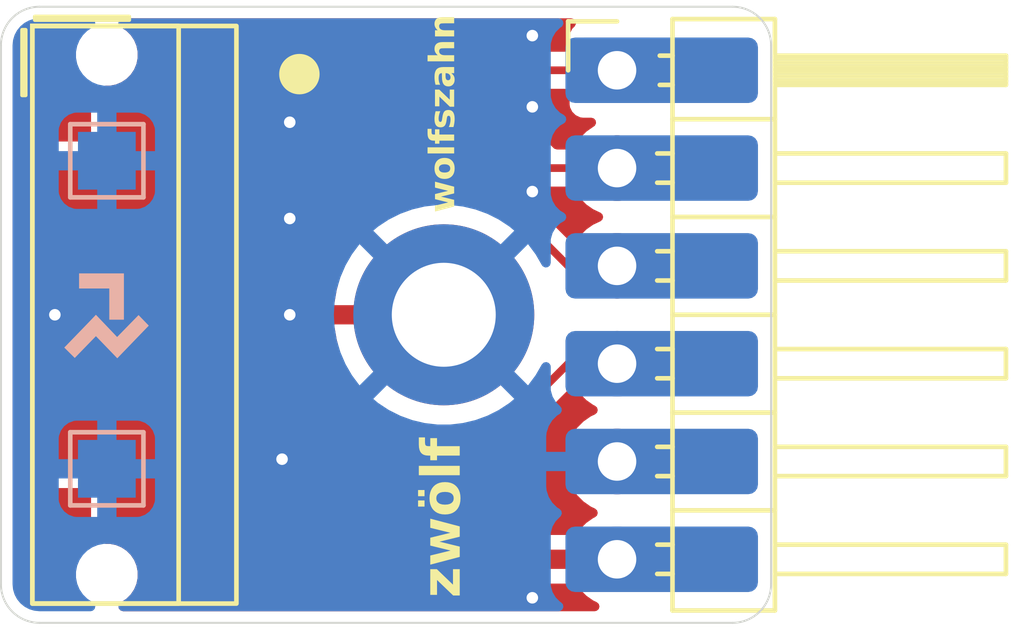
<source format=kicad_pcb>
(kicad_pcb (version 20240108) (generator "pcbnew") (generator_version "8.0")
  (layers (0 "F.Cu" signal) (31 "B.Cu" signal) (34 "B.Paste" user) (35 "F.Paste" user) (36 "B.SilkS" user "B.Silkscreen") (37 "F.SilkS" user "F.Silkscreen") (38 "B.Mask" user) (39 "F.Mask" user) (44 "Edge.Cuts" user))
  (net 0 "")
  (net 1 "GND")
  (net 2 "/Z3")
  (net 3 "/PWR")
  (net 4 "/Z4")
  (net 5 "/Z2")
  (net 6 "/Z1")
  (footprint "Connector_PinHeader_2.54mm:PinHeader_1x06_P2.54mm_Horizontal" (layer "F.Cu") (at 116 101.65)
    (property "Reference" "J1" (hide yes))
    (property "Value" "Conn_01x06_Pin" (hide yes))
    (fp_line (start -1.27 -1.27) (end 0 -1.27) (stroke (width 0.12)) (layer "F.SilkS"))
    (fp_line (start -1.27 0) (end -1.27 -1.27) (stroke (width 0.12)) (layer "F.SilkS"))
    (fp_line (start 1.042929 2.16) (end 1.44 2.16) (stroke (width 0.12)) (layer "F.SilkS"))
    (fp_line (start 1.042929 2.92) (end 1.44 2.92) (stroke (width 0.12)) (layer "F.SilkS"))
    (fp_line (start 1.042929 4.7) (end 1.44 4.7) (stroke (width 0.12)) (layer "F.SilkS"))
    (fp_line (start 1.042929 5.46) (end 1.44 5.46) (stroke (width 0.12)) (layer "F.SilkS"))
    (fp_line (start 1.042929 7.24) (end 1.44 7.24) (stroke (width 0.12)) (layer "F.SilkS"))
    (fp_line (start 1.042929 8) (end 1.44 8) (stroke (width 0.12)) (layer "F.SilkS"))
    (fp_line (start 1.042929 9.78) (end 1.44 9.78) (stroke (width 0.12)) (layer "F.SilkS"))
    (fp_line (start 1.042929 10.54) (end 1.44 10.54) (stroke (width 0.12)) (layer "F.SilkS"))
    (fp_line (start 1.042929 12.32) (end 1.44 12.32) (stroke (width 0.12)) (layer "F.SilkS"))
    (fp_line (start 1.042929 13.08) (end 1.44 13.08) (stroke (width 0.12)) (layer "F.SilkS"))
    (fp_line (start 1.11 -0.38) (end 1.44 -0.38) (stroke (width 0.12)) (layer "F.SilkS"))
    (fp_line (start 1.11 0.38) (end 1.44 0.38) (stroke (width 0.12)) (layer "F.SilkS"))
    (fp_line (start 1.44 -1.33) (end 1.44 14.03) (stroke (width 0.12)) (layer "F.SilkS"))
    (fp_line (start 1.44 1.27) (end 4.1 1.27) (stroke (width 0.12)) (layer "F.SilkS"))
    (fp_line (start 1.44 3.81) (end 4.1 3.81) (stroke (width 0.12)) (layer "F.SilkS"))
    (fp_line (start 1.44 6.35) (end 4.1 6.35) (stroke (width 0.12)) (layer "F.SilkS"))
    (fp_line (start 1.44 8.89) (end 4.1 8.89) (stroke (width 0.12)) (layer "F.SilkS"))
    (fp_line (start 1.44 11.43) (end 4.1 11.43) (stroke (width 0.12)) (layer "F.SilkS"))
    (fp_line (start 1.44 14.03) (end 4.1 14.03) (stroke (width 0.12)) (layer "F.SilkS"))
    (fp_line (start 4.1 -1.33) (end 1.44 -1.33) (stroke (width 0.12)) (layer "F.SilkS"))
    (fp_line (start 4.1 -0.38) (end 10.1 -0.38) (stroke (width 0.12)) (layer "F.SilkS"))
    (fp_line (start 4.1 -0.32) (end 10.1 -0.32) (stroke (width 0.12)) (layer "F.SilkS"))
    (fp_line (start 4.1 -0.2) (end 10.1 -0.2) (stroke (width 0.12)) (layer "F.SilkS"))
    (fp_line (start 4.1 -0.08) (end 10.1 -0.08) (stroke (width 0.12)) (layer "F.SilkS"))
    (fp_line (start 4.1 0.04) (end 10.1 0.04) (stroke (width 0.12)) (layer "F.SilkS"))
    (fp_line (start 4.1 0.16) (end 10.1 0.16) (stroke (width 0.12)) (layer "F.SilkS"))
    (fp_line (start 4.1 0.28) (end 10.1 0.28) (stroke (width 0.12)) (layer "F.SilkS"))
    (fp_line (start 4.1 2.16) (end 10.1 2.16) (stroke (width 0.12)) (layer "F.SilkS"))
    (fp_line (start 4.1 4.7) (end 10.1 4.7) (stroke (width 0.12)) (layer "F.SilkS"))
    (fp_line (start 4.1 7.24) (end 10.1 7.24) (stroke (width 0.12)) (layer "F.SilkS"))
    (fp_line (start 4.1 9.78) (end 10.1 9.78) (stroke (width 0.12)) (layer "F.SilkS"))
    (fp_line (start 4.1 12.32) (end 10.1 12.32) (stroke (width 0.12)) (layer "F.SilkS"))
    (fp_line (start 4.1 14.03) (end 4.1 -1.33) (stroke (width 0.12)) (layer "F.SilkS"))
    (fp_line (start 10.1 -0.38) (end 10.1 0.38) (stroke (width 0.12)) (layer "F.SilkS"))
    (fp_line (start 10.1 0.38) (end 4.1 0.38) (stroke (width 0.12)) (layer "F.SilkS"))
    (fp_line (start 10.1 2.16) (end 10.1 2.92) (stroke (width 0.12)) (layer "F.SilkS"))
    (fp_line (start 10.1 2.92) (end 4.1 2.92) (stroke (width 0.12)) (layer "F.SilkS"))
    (fp_line (start 10.1 4.7) (end 10.1 5.46) (stroke (width 0.12)) (layer "F.SilkS"))
    (fp_line (start 10.1 5.46) (end 4.1 5.46) (stroke (width 0.12)) (layer "F.SilkS"))
    (fp_line (start 10.1 7.24) (end 10.1 8) (stroke (width 0.12)) (layer "F.SilkS"))
    (fp_line (start 10.1 8) (end 4.1 8) (stroke (width 0.12)) (layer "F.SilkS"))
    (fp_line (start 10.1 9.78) (end 10.1 10.54) (stroke (width 0.12)) (layer "F.SilkS"))
    (fp_line (start 10.1 10.54) (end 4.1 10.54) (stroke (width 0.12)) (layer "F.SilkS"))
    (fp_line (start 10.1 12.32) (end 10.1 13.08) (stroke (width 0.12)) (layer "F.SilkS"))
    (fp_line (start 10.1 13.08) (end 4.1 13.08) (stroke (width 0.12)) (layer "F.SilkS"))
    (pad "1" thru_hole rect (at 0 0) (size 1.7 1.7) (drill 1) (layers "*.Cu" "*.Mask" "In1.Cu" "In2.Cu" "In3.Cu" "In4.Cu" "In5.Cu" "In6.Cu" "In7.Cu" "In8.Cu" "In9.Cu" "In10.Cu" "In11.Cu" "In12.Cu" "In13.Cu" "In14.Cu" "In15.Cu" "In16.Cu" "In17.Cu" "In18.Cu" "In19.Cu" "In20.Cu" "In21.Cu" "In22.Cu" "In23.Cu" "In24.Cu" "In25.Cu" "In26.Cu" "In27.Cu" "In28.Cu" "In29.Cu" "In30.Cu") (net 6 "/Z1"))
    (pad "1" smd roundrect (at 1.16 0) (size 5 1.7) (layers "B.Cu" "B.Mask") (roundrect_rratio 0.1470588235) (net 6 "/Z1"))
    (pad "2" thru_hole oval (at 0 2.54) (size 1.7 1.7) (drill 1) (layers "*.Cu" "*.Mask" "In1.Cu" "In2.Cu" "In3.Cu" "In4.Cu" "In5.Cu" "In6.Cu" "In7.Cu" "In8.Cu" "In9.Cu" "In10.Cu" "In11.Cu" "In12.Cu" "In13.Cu" "In14.Cu" "In15.Cu" "In16.Cu" "In17.Cu" "In18.Cu" "In19.Cu" "In20.Cu" "In21.Cu" "In22.Cu" "In23.Cu" "In24.Cu" "In25.Cu" "In26.Cu" "In27.Cu" "In28.Cu" "In29.Cu" "In30.Cu") (net 5 "/Z2"))
    (pad "2" smd roundrect (at 1.16 2.54) (size 5 1.7) (layers "B.Cu" "B.Mask") (roundrect_rratio 0.1470588235) (net 5 "/Z2"))
    (pad "3" thru_hole oval (at 0 5.08) (size 1.7 1.7) (drill 1) (layers "*.Cu" "*.Mask" "In1.Cu" "In2.Cu" "In3.Cu" "In4.Cu" "In5.Cu" "In6.Cu" "In7.Cu" "In8.Cu" "In9.Cu" "In10.Cu" "In11.Cu" "In12.Cu" "In13.Cu" "In14.Cu" "In15.Cu" "In16.Cu" "In17.Cu" "In18.Cu" "In19.Cu" "In20.Cu" "In21.Cu" "In22.Cu" "In23.Cu" "In24.Cu" "In25.Cu" "In26.Cu" "In27.Cu" "In28.Cu" "In29.Cu" "In30.Cu") (net 2 "/Z3"))
    (pad "3" smd roundrect (at 1.16 5.08) (size 5 1.7) (layers "B.Cu" "B.Mask") (roundrect_rratio 0.1470588235) (net 2 "/Z3"))
    (pad "4" thru_hole oval (at 0 7.62) (size 1.7 1.7) (drill 1) (layers "*.Cu" "*.Mask" "In1.Cu" "In2.Cu" "In3.Cu" "In4.Cu" "In5.Cu" "In6.Cu" "In7.Cu" "In8.Cu" "In9.Cu" "In10.Cu" "In11.Cu" "In12.Cu" "In13.Cu" "In14.Cu" "In15.Cu" "In16.Cu" "In17.Cu" "In18.Cu" "In19.Cu" "In20.Cu" "In21.Cu" "In22.Cu" "In23.Cu" "In24.Cu" "In25.Cu" "In26.Cu" "In27.Cu" "In28.Cu" "In29.Cu" "In30.Cu") (net 4 "/Z4"))
    (pad "4" smd roundrect (at 1.16 7.62) (size 5 1.7) (layers "B.Cu" "B.Mask") (roundrect_rratio 0.1470588235) (net 4 "/Z4"))
    (pad "5" thru_hole oval (at 0 10.16) (size 1.7 1.7) (drill 1) (layers "*.Cu" "*.Mask" "In1.Cu" "In2.Cu" "In3.Cu" "In4.Cu" "In5.Cu" "In6.Cu" "In7.Cu" "In8.Cu" "In9.Cu" "In10.Cu" "In11.Cu" "In12.Cu" "In13.Cu" "In14.Cu" "In15.Cu" "In16.Cu" "In17.Cu" "In18.Cu" "In19.Cu" "In20.Cu" "In21.Cu" "In22.Cu" "In23.Cu" "In24.Cu" "In25.Cu" "In26.Cu" "In27.Cu" "In28.Cu" "In29.Cu" "In30.Cu") (net 1 "GND"))
    (pad "5" smd roundrect (at 1.16 10.16) (size 5 1.7) (layers "B.Cu" "B.Mask") (roundrect_rratio 0.1470588235) (net 1 "GND"))
    (pad "6" thru_hole oval (at 0 12.7) (size 1.7 1.7) (drill 1) (layers "*.Cu" "*.Mask" "In1.Cu" "In2.Cu" "In3.Cu" "In4.Cu" "In5.Cu" "In6.Cu" "In7.Cu" "In8.Cu" "In9.Cu" "In10.Cu" "In11.Cu" "In12.Cu" "In13.Cu" "In14.Cu" "In15.Cu" "In16.Cu" "In17.Cu" "In18.Cu" "In19.Cu" "In20.Cu" "In21.Cu" "In22.Cu" "In23.Cu" "In24.Cu" "In25.Cu" "In26.Cu" "In27.Cu" "In28.Cu" "In29.Cu" "In30.Cu") (net 3 "/PWR"))
    (pad "6" smd roundrect (at 1.16 12.7) (size 5 1.7) (layers "B.Cu" "B.Mask") (roundrect_rratio 0.1470588235) (net 3 "/PWR"))
  )
  (footprint "MountingHole:MountingHole_2.7mm_M2.5_DIN965_Pad" (layer "F.Cu") (at 111.5 108)
    (property "Reference" "H1" (hide yes))
    (property "Value" "MountingHole_Pad" (hide yes))
    (pad "1" thru_hole circle (at 0 0) (size 4.7 4.7) (drill 2.7) (layers "*.Cu" "*.Mask" "In1.Cu" "In2.Cu" "In3.Cu" "In4.Cu" "In5.Cu" "In6.Cu" "In7.Cu" "In8.Cu" "In9.Cu" "In10.Cu" "In11.Cu" "In12.Cu" "In13.Cu" "In14.Cu" "In15.Cu" "In16.Cu" "In17.Cu" "In18.Cu" "In19.Cu" "In20.Cu" "In21.Cu" "In22.Cu" "In23.Cu" "In24.Cu" "In25.Cu" "In26.Cu" "In27.Cu" "In28.Cu" "In29.Cu" "In30.Cu") (net 1 "GND"))
  )
  (footprint "LD-CONNECTORS:SPRING-MALE-6P-TIGHTHOLES" (layer "F.Cu") (at 103.565 108)
    (property "Reference" "J3" (hide yes))
    (property "Value" "Conn_01x06_Socket" (hide yes))
    (fp_rect (start -2.75 -7.5) (end 1.05 7.5) (stroke (width 0.12)) (fill none) (layer "F.SilkS"))
    (fp_rect (start -2.75 -7.5) (end 2.55 7.5) (stroke (width 0.12)) (fill none) (layer "F.SilkS"))
    (pad "" np_thru_hole circle (at -0.815 -6.75) (size 1 1) (drill 1.1) (layers "*.Cu" "*.Mask" "In1.Cu" "In2.Cu" "In3.Cu" "In4.Cu" "In5.Cu" "In6.Cu" "In7.Cu" "In8.Cu" "In9.Cu" "In10.Cu" "In11.Cu" "In12.Cu" "In13.Cu" "In14.Cu" "In15.Cu" "In16.Cu" "In17.Cu" "In18.Cu" "In19.Cu" "In20.Cu" "In21.Cu" "In22.Cu" "In23.Cu" "In24.Cu" "In25.Cu" "In26.Cu" "In27.Cu" "In28.Cu" "In29.Cu" "In30.Cu"))
    (pad "" np_thru_hole circle (at -0.815 6.75) (size 1 1) (drill 1.1) (layers "*.Cu" "*.Mask" "In1.Cu" "In2.Cu" "In3.Cu" "In4.Cu" "In5.Cu" "In6.Cu" "In7.Cu" "In8.Cu" "In9.Cu" "In10.Cu" "In11.Cu" "In12.Cu" "In13.Cu" "In14.Cu" "In15.Cu" "In16.Cu" "In17.Cu" "In18.Cu" "In19.Cu" "In20.Cu" "In21.Cu" "In22.Cu" "In23.Cu" "In24.Cu" "In25.Cu" "In26.Cu" "In27.Cu" "In28.Cu" "In29.Cu" "In30.Cu"))
    (pad "1" smd rect (at 2.225 -6.25) (size 2 1.4) (layers "F.Cu" "F.Paste" "F.Mask") (net 6 "/Z1"))
    (pad "2" smd rect (at 2.225 -3.75) (size 2 1.4) (layers "F.Cu" "F.Paste" "F.Mask") (net 5 "/Z2"))
    (pad "3" smd rect (at 2.225 -1.25) (size 2 1.4) (layers "F.Cu" "F.Paste" "F.Mask") (net 2 "/Z3"))
    (pad "4" smd rect (at 2.225 1.25) (size 2 1.4) (layers "F.Cu" "F.Paste" "F.Mask") (net 4 "/Z4"))
    (pad "5" smd rect (at 2.25 3.75) (size 2 1.4) (layers "F.Cu" "F.Paste" "F.Mask") (net 1 "GND"))
    (pad "6" smd rect (at 2.25 6.25) (size 2 1.4) (layers "F.Cu" "F.Paste" "F.Mask") (net 3 "/PWR"))
    (pad "7" smd rect (at -2.225 -5) (size 2 1) (layers "F.Cu" "F.Paste" "F.Mask"))
    (pad "7" smd rect (at -2.225 5) (size 2 1) (layers "F.Cu" "F.Paste" "F.Mask"))
  )
  (footprint "LD-LOGO:lonesemi-3mm" (layer "B.Cu") (at 102.75 108.013739 -90)
    (property "Reference" "G***" (hide yes))
    (property "Value" "LOGO" (hide yes))
    (fp_poly (pts (xy -0.696411 0.329212) (xy -0.696411 -0.06331) (xy -0.291226 -0.06331) (xy 0.113958 -0.06331) (xy 0.113958 -0.25324) (xy 0.113958 -0.44317) (xy -0.487487 -0.44317) (xy -1.088933 -0.44317) (xy -1.088933 0.139282) (xy -1.088933 0.721735) (xy -0.892672 0.721735) (xy -0.696411 0.721735)) (fill solid) (layer "B.SilkS"))
    (fp_poly (pts (xy 0.972831 0.969731) (xy 1.107926 0.833726) (xy 0.824968 0.558766) (xy 0.542009 0.283806) (xy 0.829209 0.006339) (xy 1.11641 -0.271129) (xy 1.017087 -0.366646) (xy 0.984007 -0.39849) (xy 0.935671 -0.445065) (xy 0.875042 -0.503513) (xy 0.805082 -0.570976) (xy 0.728756 -0.644597) (xy 0.649027 -0.721519) (xy 0.592856 -0.775724) (xy 0.267948 -1.089284) (xy 0.130808 -0.95627) (xy -0.006331 -0.823255) (xy 0.278564 -0.544933) (xy 0.56346 -0.266612) (xy 0.50015 -0.206455) (xy 0.472867 -0.180489) (xy 0.430754 -0.140356) (xy 0.377295 -0.089378) (xy 0.315974 -0.030878) (xy 0.250273 0.031821) (xy 0.211244 0.069078) (xy -0.014351 0.284455) (xy 0.065631 0.359999) (xy 0.093184 0.386243) (xy 0.13629 0.427582) (xy 0.19232 0.481483) (xy 0.258647 0.545412) (xy 0.332641 0.616837) (xy 0.411674 0.693223) (xy 0.491675 0.77064) (xy 0.837736 1.105736)) (fill solid) (layer "B.SilkS"))
  )
  (footprint "TestPoint:TestPoint_Pad_1.5x1.5mm" (layer "B.Cu") (at 102.75 104 180)
    (property "Reference" "TP1" (hide yes))
    (property "Value" "TestPoint" (hide yes))
    (fp_line (start 0.95 0.95) (end -0.95 0.95) (stroke (width 0.12)) (layer "B.SilkS"))
    (fp_line (start 0.95 -0.95) (end 0.95 0.95) (stroke (width 0.12)) (layer "B.SilkS"))
    (fp_line (start -0.95 0.95) (end -0.95 -0.95) (stroke (width 0.12)) (layer "B.SilkS"))
    (fp_line (start -0.95 -0.95) (end 0.95 -0.95) (stroke (width 0.12)) (layer "B.SilkS"))
    (pad "1" smd rect (at 0 0 180) (size 1.5 1.5) (layers "B.Cu" "B.Mask") (net 1 "GND"))
  )
  (footprint "TestPoint:TestPoint_Pad_1.5x1.5mm" (layer "B.Cu") (at 102.75 112 180)
    (property "Reference" "TP2" (hide yes))
    (property "Value" "TestPoint" (hide yes))
    (fp_line (start 0.95 0.95) (end -0.95 0.95) (stroke (width 0.12)) (layer "B.SilkS"))
    (fp_line (start 0.95 -0.95) (end 0.95 0.95) (stroke (width 0.12)) (layer "B.SilkS"))
    (fp_line (start -0.95 0.95) (end -0.95 -0.95) (stroke (width 0.12)) (layer "B.SilkS"))
    (fp_line (start -0.95 -0.95) (end 0.95 -0.95) (stroke (width 0.12)) (layer "B.SilkS"))
    (pad "1" smd rect (at 0 0 180) (size 1.5 1.5) (layers "B.Cu" "B.Mask") (net 1 "GND"))
  )
  (gr_rect (start 100.88 100.255) (end 103.33 100.345) (stroke (width 0.1)) (fill solid) (layer "F.SilkS"))
  (gr_circle (center 107.75 101.75) (end 108.25 101.75) (stroke (width 0.05)) (fill solid) (layer "F.SilkS"))
  (gr_rect (start 100.55 100.6) (end 100.64 102.3) (stroke (width 0.1)) (fill solid) (layer "F.SilkS"))
  (gr_line (start 119 116) (end 101 116) (stroke (width 0.05)) (layer "Edge.Cuts"))
  (gr_arc (start 119 100) (mid 119.707107 100.292893) (end 120 101) (stroke (width 0.05)) (layer "Edge.Cuts"))
  (gr_line (start 100 115) (end 100 101) (stroke (width 0.05)) (layer "Edge.Cuts"))
  (gr_arc (start 101 116) (mid 100.292893 115.707107) (end 100 115) (stroke (width 0.05)) (layer "Edge.Cuts"))
  (gr_line (start 101 100) (end 119 100) (stroke (width 0.05)) (layer "Edge.Cuts"))
  (gr_arc (start 120 115) (mid 119.707107 115.707107) (end 119 116) (stroke (width 0.05)) (layer "Edge.Cuts"))
  (gr_line (start 120 101) (end 120 115) (stroke (width 0.05)) (layer "Edge.Cuts"))
  (gr_arc (start 100 101) (mid 100.292893 100.292893) (end 101 100) (stroke (width 0.05)) (layer "Edge.Cuts"))
  (gr_text "zwölf" (at 111.5 113.275001 90) (layer "F.SilkS") (effects (font (size 1 1))))
  (gr_text "wolfszahn" (at 111.5 102.775 90) (layer "F.SilkS") (effects (font (size 0.65 0.65))))
  (segment (start 113.5 112.5) (end 109.5 112.5) (width 0.5) (layer "F.Cu") (net 1))
  (segment (start 109.5 112.5) (end 108.75 111.75) (width 0.5) (layer "F.Cu") (net 1))
  (segment (start 107.5 108) (end 111.5 108) (width 0.5) (layer "F.Cu") (net 1))
  (segment (start 114.19 111.81) (end 113.5 112.5) (width 0.5) (layer "F.Cu") (net 1))
  (segment (start 116 111.81) (end 114.19 111.81) (width 0.5) (layer "F.Cu") (net 1))
  (segment (start 108.75 111.75) (end 107.3 111.75) (width 0.5) (layer "F.Cu") (net 1))
  (segment (start 107.3 111.75) (end 105.815 111.75) (width 0.5) (layer "F.Cu") (net 1))
  (via (at 113.8 102.6) (size 0.6) (drill 0.3) (layers "F.Cu" "B.Cu") (net 1))
  (via (at 107.5 105.5) (size 0.6) (drill 0.3) (layers "F.Cu" "B.Cu") (net 1))
  (via (at 113.8 115.35) (size 0.6) (drill 0.3) (layers "F.Cu" "B.Cu") (net 1))
  (via (at 113.8 104.8) (size 0.6) (drill 0.3) (layers "F.Cu" "B.Cu") (net 1))
  (via (at 107.5 108) (size 0.6) (drill 0.3) (layers "F.Cu" "B.Cu") (net 1))
  (via (at 107.3 111.75) (size 0.6) (drill 0.3) (layers "F.Cu" "B.Cu") (net 1))
  (via (at 101.4 108) (size 0.6) (drill 0.3) (layers "F.Cu" "B.Cu") (net 1))
  (via (at 113.8 100.75) (size 0.6) (drill 0.3) (layers "F.Cu" "B.Cu") (net 1))
  (via (at 107.5 103) (size 0.6) (drill 0.3) (layers "F.Cu" "B.Cu") (net 1))
  (segment (start 113 105) (end 110 105) (width 0.2) (layer "F.Cu") (net 2))
  (segment (start 116 106.73) (end 114.73 106.73) (width 0.2) (layer "F.Cu") (net 2))
  (segment (start 108.25 106.75) (end 105.79 106.75) (width 0.2) (layer "F.Cu") (net 2))
  (segment (start 110 105) (end 108.25 106.75) (width 0.2) (layer "F.Cu") (net 2))
  (segment (start 114.73 106.73) (end 113 105) (width 0.2) (layer "F.Cu") (net 2))
  (segment (start 105.915 114.35) (end 105.815 114.25) (width 0.5) (layer "F.Cu") (net 3))
  (segment (start 115.9 114.25) (end 116 114.35) (width 0.2) (layer "F.Cu") (net 3))
  (segment (start 116 114.35) (end 105.915 114.35) (width 0.5) (layer "F.Cu") (net 3))
  (segment (start 108.25 109.25) (end 105.79 109.25) (width 0.2) (layer "F.Cu") (net 4))
  (segment (start 110 111) (end 108.25 109.25) (width 0.2) (layer "F.Cu") (net 4))
  (segment (start 114.73 109.27) (end 113 111) (width 0.2) (layer "F.Cu") (net 4))
  (segment (start 116 109.27) (end 114.73 109.27) (width 0.2) (layer "F.Cu") (net 4))
  (segment (start 113 111) (end 110 111) (width 0.2) (layer "F.Cu") (net 4))
  (segment (start 109.5 103.5) (end 108.75 104.25) (width 0.2) (layer "F.Cu") (net 5))
  (segment (start 116 104.19) (end 114.19 104.19) (width 0.2) (layer "F.Cu") (net 5))
  (segment (start 113.5 103.5) (end 109.5 103.5) (width 0.2) (layer "F.Cu") (net 5))
  (segment (start 114.19 104.19) (end 113.5 103.5) (width 0.2) (layer "F.Cu") (net 5))
  (segment (start 108.75 104.25) (end 105.79 104.25) (width 0.2) (layer "F.Cu") (net 5))
  (segment (start 116 101.65) (end 105.89 101.65) (width 0.2) (layer "F.Cu") (net 6))
  (segment (start 105.89 101.65) (end 105.79 101.75) (width 0.2) (layer "F.Cu") (net 6))
  (zone (net 1) (net_name "GND") (layers "F.Cu" "B.Cu") (connect_pads (clearance 0.381)) (min_thickness 0.25) (fill yes (thermal_gap 0.5) (thermal_bridge_width 0.5))
    (polygon (pts (xy 100 100) (xy 116 100) (xy 116 116) (xy 100 116)))
  )
)
</source>
